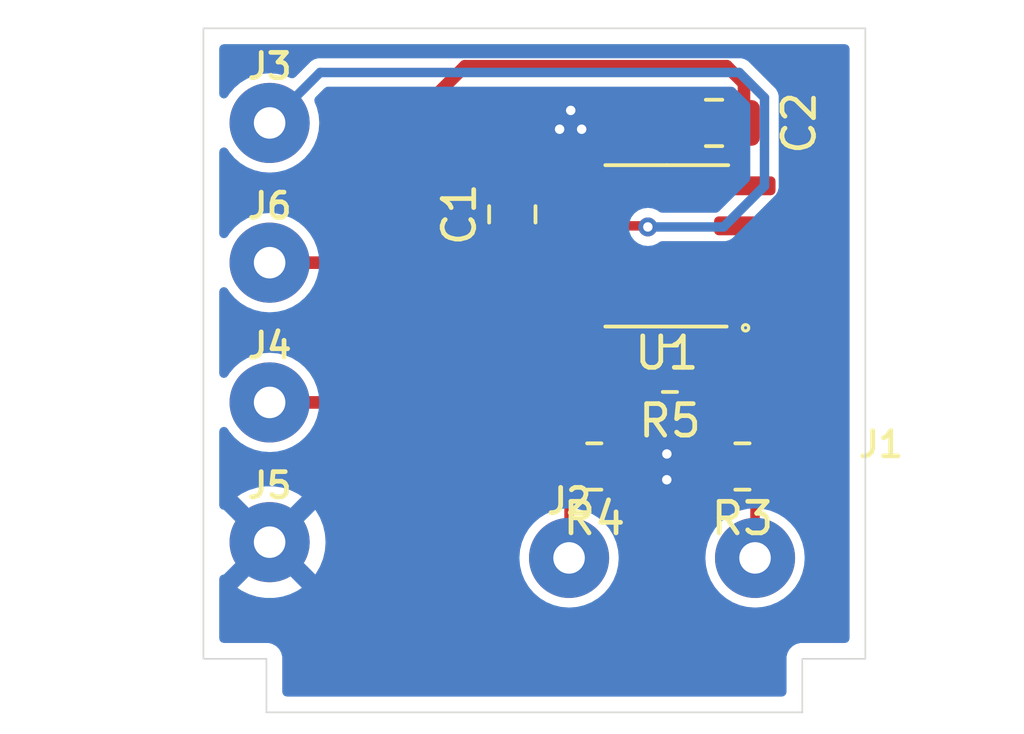
<source format=kicad_pcb>
(kicad_pcb (version 20240108) (generator "pcbnew") (generator_version "8.0")
  (layers (0 "F.Cu" signal) (31 "B.Cu" signal) (34 "B.Paste" user) (35 "F.Paste" user) (36 "B.SilkS" user "B.Silkscreen") (37 "F.SilkS" user "F.Silkscreen") (38 "B.Mask" user) (39 "F.Mask" user) (44 "Edge.Cuts" user))
  (net 0 "")
  (net 1 "GND")
  (net 2 "+5V")
  (net 3 "-5V")
  (net 4 "AC1")
  (net 5 "AC2")
  (net 6 "V1")
  (net 7 "Net-(R5-Pad1)")
  (net 8 "Net-(R5-Pad2)")
  (footprint "1-Pad:PAD_2.54_1.0" (layer "F.Cu") (at 130.9 115.9)
    (property "Reference" "J2" (at 0 -1.8 0) (layer "F.SilkS") (effects (font (size 0.8 0.8))))
    (property "Value" "Screw_Terminal_01x01")
    (pad "1" thru_hole circle (at 0 0) (size 2.54 2.54) (drill 1) (layers "*.Cu" "*.Mask") (net 5 "AC2"))
  )
  (footprint "1-Resistor:R_0805_2012Metric" (layer "F.Cu") (at 136.4 113 180)
    (property "Reference" "R3" (at 0 -1.65 180) (layer "F.SilkS"))
    (property "Value" "1k2" (hide yes))
    (fp_line (start -0.227064 0.735) (end 0.227064 0.735) (stroke (width 0.12)) (layer "F.SilkS"))
    (fp_line (start -0.227064 -0.735) (end 0.227064 -0.735) (stroke (width 0.12)) (layer "F.SilkS"))
    (pad "1" smd roundrect (at -0.9125 0 180) (size 1.025 1.4) (layers "F.Cu" "F.Paste" "F.Mask") (roundrect_rratio 0.243902) (net 4 "AC1"))
    (pad "2" smd roundrect (at 0.9125 0 180) (size 1.025 1.4) (layers "F.Cu" "F.Paste" "F.Mask") (roundrect_rratio 0.243902) (net 1 "GND"))
  )
  (footprint "1-Capacitor:C_0805_2012Metric" (layer "F.Cu") (at 135.5 102.1)
    (property "Reference" "C2" (at 2.7 0 90) (layer "F.SilkS"))
    (property "Value" "100n" (hide yes))
    (fp_line (start -0.261252 -0.735) (end 0.261252 -0.735) (stroke (width 0.12)) (layer "F.SilkS"))
    (fp_line (start -0.261252 0.735) (end 0.261252 0.735) (stroke (width 0.12)) (layer "F.SilkS"))
    (pad "1" smd roundrect (at -0.95 0) (size 1 1.45) (layers "F.Cu" "F.Paste" "F.Mask") (net 1 "GND"))
    (pad "2" smd roundrect (at 0.95 0) (size 1 1.45) (layers "F.Cu" "F.Paste" "F.Mask") (net 3 "-5V"))
  )
  (footprint "1-Package_SO:SOIC-8_3.9x4.9mm_P1.27mm" (layer "F.Cu") (at 134 106 180)
    (property "Reference" "U1" (at 0 -3.4 180) (layer "F.SilkS"))
    (property "Value" "INA823")
    (fp_line (start 0 2.56) (end 1.95 2.56) (stroke (width 0.12)) (layer "F.SilkS"))
    (fp_line (start 0 2.56) (end -1.95 2.56) (stroke (width 0.12)) (layer "F.SilkS"))
    (fp_line (start -1.9 -2.56) (end 1.95 -2.56) (stroke (width 0.12)) (layer "F.SilkS"))
    (fp_circle (center -2.5 -2.6) (end -2.4 -2.6) (stroke (width 0.1)) (fill none) (layer "F.SilkS"))
    (pad "1" smd roundrect (at -2.475 -1.905 180) (size 1.95 0.6) (layers "F.Cu" "F.Paste" "F.Mask") (net 7 "Net-(R5-Pad1)"))
    (pad "2" smd roundrect (at -2.475 -0.635 180) (size 1.95 0.6) (layers "F.Cu" "F.Paste" "F.Mask") (net 5 "AC2"))
    (pad "3" smd roundrect (at -2.475 0.635 180) (size 1.95 0.6) (layers "F.Cu" "F.Paste" "F.Mask") (net 4 "AC1"))
    (pad "4" smd roundrect (at -2.475 1.905 180) (size 1.95 0.6) (layers "F.Cu" "F.Paste" "F.Mask") (net 3 "-5V"))
    (pad "5" smd roundrect (at 2.475 1.905 180) (size 1.95 0.6) (layers "F.Cu" "F.Paste" "F.Mask") (net 1 "GND"))
    (pad "6" smd roundrect (at 2.475 0.635 180) (size 1.95 0.6) (layers "F.Cu" "F.Paste" "F.Mask") (net 6 "V1"))
    (pad "7" smd roundrect (at 2.475 -0.635 180) (size 1.95 0.6) (layers "F.Cu" "F.Paste" "F.Mask") (net 2 "+5V"))
    (pad "8" smd roundrect (at 2.475 -1.905 180) (size 1.95 0.6) (layers "F.Cu" "F.Paste" "F.Mask") (net 8 "Net-(R5-Pad2)"))
  )
  (footprint "1-Pad:PAD_2.54_1.0" (layer "F.Cu") (at 136.8 115.9)
    (property "Reference" "J1" (at 4 -3.6 0) (layer "F.SilkS") (effects (font (size 0.8 0.8))))
    (property "Value" "Screw_Terminal_01x01")
    (pad "1" thru_hole circle (at 0 0) (size 2.54 2.54) (drill 1) (layers "*.Cu" "*.Mask") (net 4 "AC1"))
  )
  (footprint "1-Pad:PAD_2.54_1.0" (layer "F.Cu") (at 121.4 106.533333)
    (property "Reference" "J6" (at 0 -1.8 0) (layer "F.SilkS") (effects (font (size 0.8 0.8))))
    (property "Value" "Screw_Terminal_01x01")
    (pad "1" thru_hole circle (at 0 0) (size 2.54 2.54) (drill 1) (layers "*.Cu" "*.Mask") (net 3 "-5V"))
  )
  (footprint "1-Pad:PAD_2.54_1.0" (layer "F.Cu") (at 121.4 115.4)
    (property "Reference" "J5" (at 0 -1.8 0) (layer "F.SilkS") (effects (font (size 0.8 0.8))))
    (property "Value" "Screw_Terminal_01x01")
    (pad "1" thru_hole circle (at 0 0) (size 2.54 2.54) (drill 1) (layers "*.Cu" "*.Mask") (net 1 "GND"))
  )
  (footprint "1-Capacitor:C_0805_2012Metric" (layer "F.Cu") (at 129.1 105 90)
    (property "Reference" "C1" (at 0 -1.68 270) (layer "F.SilkS"))
    (property "Value" "100n" (hide yes))
    (fp_line (start -0.261252 -0.735) (end 0.261252 -0.735) (stroke (width 0.12)) (layer "F.SilkS"))
    (fp_line (start -0.261252 0.735) (end 0.261252 0.735) (stroke (width 0.12)) (layer "F.SilkS"))
    (pad "1" smd roundrect (at -0.95 0 90) (size 1 1.45) (layers "F.Cu" "F.Paste" "F.Mask") (net 2 "+5V"))
    (pad "2" smd roundrect (at 0.95 0 90) (size 1 1.45) (layers "F.Cu" "F.Paste" "F.Mask") (net 1 "GND"))
  )
  (footprint "1-Resistor:R_0805_2012Metric" (layer "F.Cu") (at 134.1 109.9 180)
    (property "Reference" "R5" (at 0 -1.65 180) (layer "F.SilkS"))
    (property "Value" "330k" (hide yes))
    (fp_line (start -0.227064 0.735) (end 0.227064 0.735) (stroke (width 0.12)) (layer "F.SilkS"))
    (fp_line (start -0.227064 -0.735) (end 0.227064 -0.735) (stroke (width 0.12)) (layer "F.SilkS"))
    (pad "1" smd roundrect (at -0.9125 0 180) (size 1.025 1.4) (layers "F.Cu" "F.Paste" "F.Mask") (roundrect_rratio 0.243902) (net 7 "Net-(R5-Pad1)"))
    (pad "2" smd roundrect (at 0.9125 0 180) (size 1.025 1.4) (layers "F.Cu" "F.Paste" "F.Mask") (roundrect_rratio 0.243902) (net 8 "Net-(R5-Pad2)"))
  )
  (footprint "1-Pad:PAD_2.54_1.0" (layer "F.Cu") (at 121.4 110.966666)
    (property "Reference" "J4" (at 0 -1.8 0) (layer "F.SilkS") (effects (font (size 0.8 0.8))))
    (property "Value" "Screw_Terminal_01x01")
    (pad "1" thru_hole circle (at 0 0) (size 2.54 2.54) (drill 1) (layers "*.Cu" "*.Mask") (net 2 "+5V"))
  )
  (footprint "1-Pad:PAD_2.54_1.0" (layer "F.Cu") (at 121.4 102.1)
    (property "Reference" "J3" (at 0 -1.8 0) (layer "F.SilkS") (effects (font (size 0.8 0.8))))
    (property "Value" "Screw_Terminal_01x01")
    (pad "1" thru_hole circle (at 0 0) (size 2.54 2.54) (drill 1) (layers "*.Cu" "*.Mask") (net 6 "V1"))
  )
  (footprint "1-Resistor:R_0805_2012Metric" (layer "F.Cu") (at 131.7 113 180)
    (property "Reference" "R4" (at 0 -1.65 180) (layer "F.SilkS"))
    (property "Value" "1k2" (hide yes))
    (fp_line (start -0.227064 0.735) (end 0.227064 0.735) (stroke (width 0.12)) (layer "F.SilkS"))
    (fp_line (start -0.227064 -0.735) (end 0.227064 -0.735) (stroke (width 0.12)) (layer "F.SilkS"))
    (pad "1" smd roundrect (at -0.9125 0 180) (size 1.025 1.4) (layers "F.Cu" "F.Paste" "F.Mask") (roundrect_rratio 0.243902) (net 1 "GND"))
    (pad "2" smd roundrect (at 0.9125 0 180) (size 1.025 1.4) (layers "F.Cu" "F.Paste" "F.Mask") (roundrect_rratio 0.243902) (net 5 "AC2"))
  )
  (gr_line (start 121.3 120.8) (end 121.3 119.1) (stroke (width 0.05)) (layer "Edge.Cuts"))
  (gr_line (start 138.3 120.8) (end 138.3 119.1) (stroke (width 0.05)) (layer "Edge.Cuts"))
  (gr_line (start 140.3 99.1) (end 119.3 99.1) (stroke (width 0.05)) (layer "Edge.Cuts"))
  (gr_line (start 121.3 120.8) (end 138.3 120.8) (stroke (width 0.05)) (layer "Edge.Cuts"))
  (gr_line (start 119.3 119.1) (end 121.3 119.1) (stroke (width 0.05)) (layer "Edge.Cuts"))
  (gr_line (start 140.3 119.1) (end 140.3 99.1) (stroke (width 0.05)) (layer "Edge.Cuts"))
  (gr_line (start 138.3 119.1) (end 140.3 119.1) (stroke (width 0.05)) (layer "Edge.Cuts"))
  (gr_line (start 119.3 99.1) (end 119.3 119.1) (stroke (width 0.05)) (layer "Edge.Cuts"))
  (via (at 134.002721 112.602007) (size 0.6) (drill 0.3) (layers "F.Cu" "B.Cu") (net 1))
  (via (at 130.95268 101.70278) (size 0.6) (drill 0.3) (layers "F.Cu" "B.Cu") (net 1))
  (via (at 131.3 102.3) (size 0.6) (drill 0.3) (layers "F.Cu" "B.Cu") (net 1))
  (via (at 130.599997 102.3) (size 0.6) (drill 0.3) (layers "F.Cu" "B.Cu") (net 1))
  (via (at 134 113.420799) (size 0.6) (drill 0.3) (layers "F.Cu" "B.Cu") (net 1))
  (segment (start 131.525 106.635) (end 129.785 106.635) (width 0.3) (layer "F.Cu") (net 2))
  (segment (start 126.533334 110.966666) (end 129.1 108.4) (width 0.4) (layer "F.Cu") (net 2))
  (segment (start 121.4 110.966666) (end 126.533334 110.966666) (width 0.4) (layer "F.Cu") (net 2))
  (segment (start 129.1 108.4) (end 129.1 105.95) (width 0.4) (layer "F.Cu") (net 2))
  (segment (start 129.785 106.635) (end 129.1 105.95) (width 0.3) (layer "F.Cu") (net 2))
  (segment (start 136.45 100.85) (end 136.45 102.1) (width 0.4) (layer "F.Cu") (net 3))
  (segment (start 127.6 100.3) (end 135.9 100.3) (width 0.4) (layer "F.Cu") (net 3))
  (segment (start 136.475 102.125) (end 136.45 102.1) (width 0.3) (layer "F.Cu") (net 3))
  (segment (start 135.9 100.3) (end 136.45 100.85) (width 0.4) (layer "F.Cu") (net 3))
  (segment (start 136.45 102.1) (end 136.45 104.07) (width 0.3) (layer "F.Cu") (net 3))
  (segment (start 123.866667 106.533333) (end 125.8 104.6) (width 0.4) (layer "F.Cu") (net 3))
  (segment (start 125.8 104.6) (end 125.8 102.1) (width 0.4) (layer "F.Cu") (net 3))
  (segment (start 121.4 106.533333) (end 123.866667 106.533333) (width 0.4) (layer "F.Cu") (net 3))
  (segment (start 136.45 104.07) (end 136.475 104.095) (width 0.3) (layer "F.Cu") (net 3))
  (segment (start 125.8 102.1) (end 127.6 100.3) (width 0.4) (layer "F.Cu") (net 3))
  (segment (start 139.4 106.6) (end 138.165 105.365) (width 0.3) (layer "F.Cu") (net 4))
  (segment (start 139.4 111.7) (end 139.4 106.6) (width 0.3) (layer "F.Cu") (net 4))
  (segment (start 137.3125 113) (end 138.1 113) (width 0.3) (layer "F.Cu") (net 4))
  (segment (start 136.8 115.9) (end 136.8 113.5125) (width 0.3) (layer "F.Cu") (net 4))
  (segment (start 138.1 113) (end 139.4 111.7) (width 0.3) (layer "F.Cu") (net 4))
  (segment (start 138.165 105.365) (end 136.475 105.365) (width 0.3) (layer "F.Cu") (net 4))
  (segment (start 136.8 113.5125) (end 137.3125 113) (width 0.3) (layer "F.Cu") (net 4))
  (segment (start 130.7875 113) (end 130.7875 112.1125) (width 0.3) (layer "F.Cu") (net 5))
  (segment (start 130.9 115.9) (end 130.9 113.1125) (width 0.3) (layer "F.Cu") (net 5))
  (segment (start 130.9 113.1125) (end 130.7875 113) (width 0.3) (layer "F.Cu") (net 5))
  (segment (start 137.835 106.635) (end 136.475 106.635) (width 0.3) (layer "F.Cu") (net 5))
  (segment (start 131.5 111.4) (end 137.5 111.4) (width 0.3) (layer "F.Cu") (net 5))
  (segment (start 137.5 111.4) (end 138.5 110.4) (width 0.3) (layer "F.Cu") (net 5))
  (segment (start 138.5 107.3) (end 137.835 106.635) (width 0.3) (layer "F.Cu") (net 5))
  (segment (start 130.7875 112.1125) (end 131.5 111.4) (width 0.3) (layer "F.Cu") (net 5))
  (segment (start 138.5 110.4) (end 138.5 107.3) (width 0.3) (layer "F.Cu") (net 5))
  (segment (start 133.365 105.365) (end 133.4 105.4) (width 0.3) (layer "F.Cu") (net 6))
  (segment (start 131.525 105.365) (end 133.365 105.365) (width 0.3) (layer "F.Cu") (net 6))
  (via (at 133.4 105.4) (size 0.6) (drill 0.3) (layers "F.Cu" "B.Cu") (net 6))
  (segment (start 137.1 101.3) (end 136.3 100.5) (width 0.3) (layer "B.Cu") (net 6))
  (segment (start 136.3 100.5) (end 123 100.5) (width 0.3) (layer "B.Cu") (net 6))
  (segment (start 137.1 104.1) (end 137.1 101.3) (width 0.3) (layer "B.Cu") (net 6))
  (segment (start 133.4 105.4) (end 135.8 105.4) (width 0.3) (layer "B.Cu") (net 6))
  (segment (start 135.8 105.4) (end 137.1 104.1) (width 0.3) (layer "B.Cu") (net 6))
  (segment (start 123 100.5) (end 121.4 102.1) (width 0.3) (layer "B.Cu") (net 6))
  (segment (start 135.0125 109.9) (end 135.8 109.9) (width 0.3) (layer "F.Cu") (net 7))
  (segment (start 136.475 109.225) (end 136.475 107.905) (width 0.3) (layer "F.Cu") (net 7))
  (segment (start 135.8 109.9) (end 136.475 109.225) (width 0.3) (layer "F.Cu") (net 7))
  (segment (start 133.1875 109.9) (end 132.4 109.9) (width 0.3) (layer "F.Cu") (net 8))
  (segment (start 132.4 109.9) (end 131.525 109.025) (width 0.3) (layer "F.Cu") (net 8))
  (segment (start 131.525 109.025) (end 131.525 107.905) (width 0.3) (layer "F.Cu") (net 8))
  (zone (net 1) (net_name "GND") (layer "F.Cu") (priority 1) (connect_pads yes (clearance 0.3)) (min_thickness 0.3) (fill yes (thermal_gap 0.3) (thermal_bridge_width 0.8) (smoothing fillet) (radius 0.25))
    (polygon (pts (xy 129.6 101.2) (xy 128.2 102.6) (xy 128.2 104.6) (xy 132.4 104.6) (xy 132.7 104.3) (xy 132.7 103.7) (xy 133.4 103) (xy 135.1 103) (xy 135.1 101.2)))
  )
  (zone (net 1) (net_name "GND") (layer "F.Cu") (priority 2) (connect_pads yes (clearance 0.3)) (min_thickness 0.3) (fill yes (thermal_gap 0.3) (thermal_bridge_width 0.8) (smoothing fillet) (radius 0.25))
    (polygon (pts (xy 136.1 112.1) (xy 136.1 113.9) (xy 132 113.9) (xy 132 112.1)))
  )
  (zone (net 1) (net_name "GND") (layer "B.Cu") (connect_pads (clearance 0.3)) (min_thickness 0.3) (fill yes (thermal_gap 0.5) (thermal_bridge_width 0.6) (smoothing fillet) (radius 0.5))
    (polygon (pts (xy 118.2 98.2) (xy 141.5 98.2) (xy 141.6 98.3) (xy 141.6 121.4) (xy 141.5 121.5) (xy 118.2 121.5)))
  )
)
</source>
